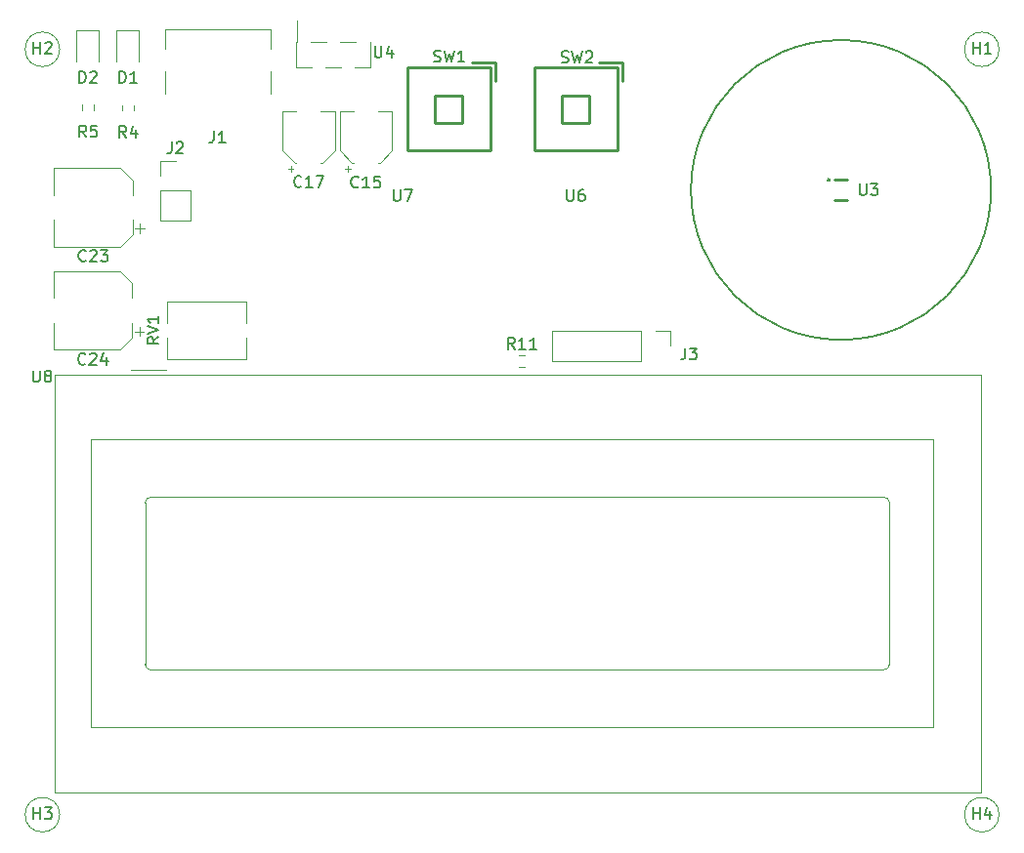
<source format=gbr>
%TF.GenerationSoftware,KiCad,Pcbnew,(6.99.0-1665-g4ee6cfe5b6)*%
%TF.CreationDate,2022-04-26T18:14:45+08:00*%
%TF.ProjectId,LightMeherGen2,4c696768-744d-4656-9865-7247656e322e,rev?*%
%TF.SameCoordinates,Original*%
%TF.FileFunction,Legend,Top*%
%TF.FilePolarity,Positive*%
%FSLAX46Y46*%
G04 Gerber Fmt 4.6, Leading zero omitted, Abs format (unit mm)*
G04 Created by KiCad (PCBNEW (6.99.0-1665-g4ee6cfe5b6)) date 2022-04-26 18:14:45*
%MOMM*%
%LPD*%
G01*
G04 APERTURE LIST*
%ADD10C,0.150000*%
%ADD11C,0.120000*%
%ADD12C,0.254000*%
G04 APERTURE END LIST*
D10*
X184000000Y-74000000D02*
G75*
G03*
X184000000Y-74000000I-13000000J0D01*
G01*
%TO.C,RV1*%
X111882380Y-86770238D02*
X111406190Y-87103571D01*
X111882380Y-87341666D02*
X110882380Y-87341666D01*
X110882380Y-87341666D02*
X110882380Y-86960714D01*
X110882380Y-86960714D02*
X110930000Y-86865476D01*
X110930000Y-86865476D02*
X110977619Y-86817857D01*
X110977619Y-86817857D02*
X111072857Y-86770238D01*
X111072857Y-86770238D02*
X111215714Y-86770238D01*
X111215714Y-86770238D02*
X111310952Y-86817857D01*
X111310952Y-86817857D02*
X111358571Y-86865476D01*
X111358571Y-86865476D02*
X111406190Y-86960714D01*
X111406190Y-86960714D02*
X111406190Y-87341666D01*
X110882380Y-86484523D02*
X111882380Y-86151190D01*
X111882380Y-86151190D02*
X110882380Y-85817857D01*
X111882380Y-84960714D02*
X111882380Y-85532142D01*
X111882380Y-85246428D02*
X110882380Y-85246428D01*
X110882380Y-85246428D02*
X111025238Y-85341666D01*
X111025238Y-85341666D02*
X111120476Y-85436904D01*
X111120476Y-85436904D02*
X111168095Y-85532142D01*
%TO.C,SW1*%
X135715476Y-62844761D02*
X135858333Y-62892380D01*
X135858333Y-62892380D02*
X136096428Y-62892380D01*
X136096428Y-62892380D02*
X136191666Y-62844761D01*
X136191666Y-62844761D02*
X136239285Y-62797142D01*
X136239285Y-62797142D02*
X136286904Y-62701904D01*
X136286904Y-62701904D02*
X136286904Y-62606666D01*
X136286904Y-62606666D02*
X136239285Y-62511428D01*
X136239285Y-62511428D02*
X136191666Y-62463809D01*
X136191666Y-62463809D02*
X136096428Y-62416190D01*
X136096428Y-62416190D02*
X135905952Y-62368571D01*
X135905952Y-62368571D02*
X135810714Y-62320952D01*
X135810714Y-62320952D02*
X135763095Y-62273333D01*
X135763095Y-62273333D02*
X135715476Y-62178095D01*
X135715476Y-62178095D02*
X135715476Y-62082857D01*
X135715476Y-62082857D02*
X135763095Y-61987619D01*
X135763095Y-61987619D02*
X135810714Y-61940000D01*
X135810714Y-61940000D02*
X135905952Y-61892380D01*
X135905952Y-61892380D02*
X136144047Y-61892380D01*
X136144047Y-61892380D02*
X136286904Y-61940000D01*
X136620238Y-61892380D02*
X136858333Y-62892380D01*
X136858333Y-62892380D02*
X137048809Y-62178095D01*
X137048809Y-62178095D02*
X137239285Y-62892380D01*
X137239285Y-62892380D02*
X137477381Y-61892380D01*
X138382142Y-62892380D02*
X137810714Y-62892380D01*
X138096428Y-62892380D02*
X138096428Y-61892380D01*
X138096428Y-61892380D02*
X138001190Y-62035238D01*
X138001190Y-62035238D02*
X137905952Y-62130476D01*
X137905952Y-62130476D02*
X137810714Y-62178095D01*
%TO.C,U8*%
X100988095Y-89667380D02*
X100988095Y-90476904D01*
X100988095Y-90476904D02*
X101035714Y-90572142D01*
X101035714Y-90572142D02*
X101083333Y-90619761D01*
X101083333Y-90619761D02*
X101178571Y-90667380D01*
X101178571Y-90667380D02*
X101369047Y-90667380D01*
X101369047Y-90667380D02*
X101464285Y-90619761D01*
X101464285Y-90619761D02*
X101511904Y-90572142D01*
X101511904Y-90572142D02*
X101559523Y-90476904D01*
X101559523Y-90476904D02*
X101559523Y-89667380D01*
X102178571Y-90095952D02*
X102083333Y-90048333D01*
X102083333Y-90048333D02*
X102035714Y-90000714D01*
X102035714Y-90000714D02*
X101988095Y-89905476D01*
X101988095Y-89905476D02*
X101988095Y-89857857D01*
X101988095Y-89857857D02*
X102035714Y-89762619D01*
X102035714Y-89762619D02*
X102083333Y-89715000D01*
X102083333Y-89715000D02*
X102178571Y-89667380D01*
X102178571Y-89667380D02*
X102369047Y-89667380D01*
X102369047Y-89667380D02*
X102464285Y-89715000D01*
X102464285Y-89715000D02*
X102511904Y-89762619D01*
X102511904Y-89762619D02*
X102559523Y-89857857D01*
X102559523Y-89857857D02*
X102559523Y-89905476D01*
X102559523Y-89905476D02*
X102511904Y-90000714D01*
X102511904Y-90000714D02*
X102464285Y-90048333D01*
X102464285Y-90048333D02*
X102369047Y-90095952D01*
X102369047Y-90095952D02*
X102178571Y-90095952D01*
X102178571Y-90095952D02*
X102083333Y-90143571D01*
X102083333Y-90143571D02*
X102035714Y-90191190D01*
X102035714Y-90191190D02*
X101988095Y-90286428D01*
X101988095Y-90286428D02*
X101988095Y-90476904D01*
X101988095Y-90476904D02*
X102035714Y-90572142D01*
X102035714Y-90572142D02*
X102083333Y-90619761D01*
X102083333Y-90619761D02*
X102178571Y-90667380D01*
X102178571Y-90667380D02*
X102369047Y-90667380D01*
X102369047Y-90667380D02*
X102464285Y-90619761D01*
X102464285Y-90619761D02*
X102511904Y-90572142D01*
X102511904Y-90572142D02*
X102559523Y-90476904D01*
X102559523Y-90476904D02*
X102559523Y-90286428D01*
X102559523Y-90286428D02*
X102511904Y-90191190D01*
X102511904Y-90191190D02*
X102464285Y-90143571D01*
X102464285Y-90143571D02*
X102369047Y-90095952D01*
%TO.C,R5*%
X105583333Y-69417380D02*
X105250000Y-68941190D01*
X105011905Y-69417380D02*
X105011905Y-68417380D01*
X105011905Y-68417380D02*
X105392857Y-68417380D01*
X105392857Y-68417380D02*
X105488095Y-68465000D01*
X105488095Y-68465000D02*
X105535714Y-68512619D01*
X105535714Y-68512619D02*
X105583333Y-68607857D01*
X105583333Y-68607857D02*
X105583333Y-68750714D01*
X105583333Y-68750714D02*
X105535714Y-68845952D01*
X105535714Y-68845952D02*
X105488095Y-68893571D01*
X105488095Y-68893571D02*
X105392857Y-68941190D01*
X105392857Y-68941190D02*
X105011905Y-68941190D01*
X106488095Y-68417380D02*
X106011905Y-68417380D01*
X106011905Y-68417380D02*
X105964286Y-68893571D01*
X105964286Y-68893571D02*
X106011905Y-68845952D01*
X106011905Y-68845952D02*
X106107143Y-68798333D01*
X106107143Y-68798333D02*
X106345238Y-68798333D01*
X106345238Y-68798333D02*
X106440476Y-68845952D01*
X106440476Y-68845952D02*
X106488095Y-68893571D01*
X106488095Y-68893571D02*
X106535714Y-68988809D01*
X106535714Y-68988809D02*
X106535714Y-69226904D01*
X106535714Y-69226904D02*
X106488095Y-69322142D01*
X106488095Y-69322142D02*
X106440476Y-69369761D01*
X106440476Y-69369761D02*
X106345238Y-69417380D01*
X106345238Y-69417380D02*
X106107143Y-69417380D01*
X106107143Y-69417380D02*
X106011905Y-69369761D01*
X106011905Y-69369761D02*
X105964286Y-69322142D01*
%TO.C,SW2*%
X146790476Y-62919761D02*
X146933333Y-62967380D01*
X146933333Y-62967380D02*
X147171428Y-62967380D01*
X147171428Y-62967380D02*
X147266666Y-62919761D01*
X147266666Y-62919761D02*
X147314285Y-62872142D01*
X147314285Y-62872142D02*
X147361904Y-62776904D01*
X147361904Y-62776904D02*
X147361904Y-62681666D01*
X147361904Y-62681666D02*
X147314285Y-62586428D01*
X147314285Y-62586428D02*
X147266666Y-62538809D01*
X147266666Y-62538809D02*
X147171428Y-62491190D01*
X147171428Y-62491190D02*
X146980952Y-62443571D01*
X146980952Y-62443571D02*
X146885714Y-62395952D01*
X146885714Y-62395952D02*
X146838095Y-62348333D01*
X146838095Y-62348333D02*
X146790476Y-62253095D01*
X146790476Y-62253095D02*
X146790476Y-62157857D01*
X146790476Y-62157857D02*
X146838095Y-62062619D01*
X146838095Y-62062619D02*
X146885714Y-62015000D01*
X146885714Y-62015000D02*
X146980952Y-61967380D01*
X146980952Y-61967380D02*
X147219047Y-61967380D01*
X147219047Y-61967380D02*
X147361904Y-62015000D01*
X147695238Y-61967380D02*
X147933333Y-62967380D01*
X147933333Y-62967380D02*
X148123809Y-62253095D01*
X148123809Y-62253095D02*
X148314285Y-62967380D01*
X148314285Y-62967380D02*
X148552381Y-61967380D01*
X148885714Y-62062619D02*
X148933333Y-62015000D01*
X148933333Y-62015000D02*
X149028571Y-61967380D01*
X149028571Y-61967380D02*
X149266666Y-61967380D01*
X149266666Y-61967380D02*
X149361904Y-62015000D01*
X149361904Y-62015000D02*
X149409523Y-62062619D01*
X149409523Y-62062619D02*
X149457142Y-62157857D01*
X149457142Y-62157857D02*
X149457142Y-62253095D01*
X149457142Y-62253095D02*
X149409523Y-62395952D01*
X149409523Y-62395952D02*
X148838095Y-62967380D01*
X148838095Y-62967380D02*
X149457142Y-62967380D01*
%TO.C,H4*%
X182438095Y-128567380D02*
X182438095Y-127567380D01*
X182438095Y-128043571D02*
X183009523Y-128043571D01*
X183009523Y-128567380D02*
X183009523Y-127567380D01*
X183914285Y-127900714D02*
X183914285Y-128567380D01*
X183676190Y-127519761D02*
X183438095Y-128234047D01*
X183438095Y-128234047D02*
X184057142Y-128234047D01*
%TO.C,H2*%
X101038095Y-62167380D02*
X101038095Y-61167380D01*
X101038095Y-61643571D02*
X101609523Y-61643571D01*
X101609523Y-62167380D02*
X101609523Y-61167380D01*
X102038095Y-61262619D02*
X102085714Y-61215000D01*
X102085714Y-61215000D02*
X102180952Y-61167380D01*
X102180952Y-61167380D02*
X102419047Y-61167380D01*
X102419047Y-61167380D02*
X102514285Y-61215000D01*
X102514285Y-61215000D02*
X102561904Y-61262619D01*
X102561904Y-61262619D02*
X102609523Y-61357857D01*
X102609523Y-61357857D02*
X102609523Y-61453095D01*
X102609523Y-61453095D02*
X102561904Y-61595952D01*
X102561904Y-61595952D02*
X101990476Y-62167380D01*
X101990476Y-62167380D02*
X102609523Y-62167380D01*
%TO.C,R11*%
X142707142Y-87812380D02*
X142373809Y-87336190D01*
X142135714Y-87812380D02*
X142135714Y-86812380D01*
X142135714Y-86812380D02*
X142516666Y-86812380D01*
X142516666Y-86812380D02*
X142611904Y-86860000D01*
X142611904Y-86860000D02*
X142659523Y-86907619D01*
X142659523Y-86907619D02*
X142707142Y-87002857D01*
X142707142Y-87002857D02*
X142707142Y-87145714D01*
X142707142Y-87145714D02*
X142659523Y-87240952D01*
X142659523Y-87240952D02*
X142611904Y-87288571D01*
X142611904Y-87288571D02*
X142516666Y-87336190D01*
X142516666Y-87336190D02*
X142135714Y-87336190D01*
X143659523Y-87812380D02*
X143088095Y-87812380D01*
X143373809Y-87812380D02*
X143373809Y-86812380D01*
X143373809Y-86812380D02*
X143278571Y-86955238D01*
X143278571Y-86955238D02*
X143183333Y-87050476D01*
X143183333Y-87050476D02*
X143088095Y-87098095D01*
X144611904Y-87812380D02*
X144040476Y-87812380D01*
X144326190Y-87812380D02*
X144326190Y-86812380D01*
X144326190Y-86812380D02*
X144230952Y-86955238D01*
X144230952Y-86955238D02*
X144135714Y-87050476D01*
X144135714Y-87050476D02*
X144040476Y-87098095D01*
%TO.C,H3*%
X101038095Y-128567380D02*
X101038095Y-127567380D01*
X101038095Y-128043571D02*
X101609523Y-128043571D01*
X101609523Y-128567380D02*
X101609523Y-127567380D01*
X101990476Y-127567380D02*
X102609523Y-127567380D01*
X102609523Y-127567380D02*
X102276190Y-127948333D01*
X102276190Y-127948333D02*
X102419047Y-127948333D01*
X102419047Y-127948333D02*
X102514285Y-127995952D01*
X102514285Y-127995952D02*
X102561904Y-128043571D01*
X102561904Y-128043571D02*
X102609523Y-128138809D01*
X102609523Y-128138809D02*
X102609523Y-128376904D01*
X102609523Y-128376904D02*
X102561904Y-128472142D01*
X102561904Y-128472142D02*
X102514285Y-128519761D01*
X102514285Y-128519761D02*
X102419047Y-128567380D01*
X102419047Y-128567380D02*
X102133333Y-128567380D01*
X102133333Y-128567380D02*
X102038095Y-128519761D01*
X102038095Y-128519761D02*
X101990476Y-128472142D01*
%TO.C,J1*%
X116666666Y-68897380D02*
X116666666Y-69611666D01*
X116666666Y-69611666D02*
X116619047Y-69754523D01*
X116619047Y-69754523D02*
X116523809Y-69849761D01*
X116523809Y-69849761D02*
X116380952Y-69897380D01*
X116380952Y-69897380D02*
X116285714Y-69897380D01*
X117666666Y-69897380D02*
X117095238Y-69897380D01*
X117380952Y-69897380D02*
X117380952Y-68897380D01*
X117380952Y-68897380D02*
X117285714Y-69040238D01*
X117285714Y-69040238D02*
X117190476Y-69135476D01*
X117190476Y-69135476D02*
X117095238Y-69183095D01*
%TO.C,C15*%
X129182142Y-73722142D02*
X129134523Y-73769761D01*
X129134523Y-73769761D02*
X128991666Y-73817380D01*
X128991666Y-73817380D02*
X128896428Y-73817380D01*
X128896428Y-73817380D02*
X128753571Y-73769761D01*
X128753571Y-73769761D02*
X128658333Y-73674523D01*
X128658333Y-73674523D02*
X128610714Y-73579285D01*
X128610714Y-73579285D02*
X128563095Y-73388809D01*
X128563095Y-73388809D02*
X128563095Y-73245952D01*
X128563095Y-73245952D02*
X128610714Y-73055476D01*
X128610714Y-73055476D02*
X128658333Y-72960238D01*
X128658333Y-72960238D02*
X128753571Y-72865000D01*
X128753571Y-72865000D02*
X128896428Y-72817380D01*
X128896428Y-72817380D02*
X128991666Y-72817380D01*
X128991666Y-72817380D02*
X129134523Y-72865000D01*
X129134523Y-72865000D02*
X129182142Y-72912619D01*
X130134523Y-73817380D02*
X129563095Y-73817380D01*
X129848809Y-73817380D02*
X129848809Y-72817380D01*
X129848809Y-72817380D02*
X129753571Y-72960238D01*
X129753571Y-72960238D02*
X129658333Y-73055476D01*
X129658333Y-73055476D02*
X129563095Y-73103095D01*
X131039285Y-72817380D02*
X130563095Y-72817380D01*
X130563095Y-72817380D02*
X130515476Y-73293571D01*
X130515476Y-73293571D02*
X130563095Y-73245952D01*
X130563095Y-73245952D02*
X130658333Y-73198333D01*
X130658333Y-73198333D02*
X130896428Y-73198333D01*
X130896428Y-73198333D02*
X130991666Y-73245952D01*
X130991666Y-73245952D02*
X131039285Y-73293571D01*
X131039285Y-73293571D02*
X131086904Y-73388809D01*
X131086904Y-73388809D02*
X131086904Y-73626904D01*
X131086904Y-73626904D02*
X131039285Y-73722142D01*
X131039285Y-73722142D02*
X130991666Y-73769761D01*
X130991666Y-73769761D02*
X130896428Y-73817380D01*
X130896428Y-73817380D02*
X130658333Y-73817380D01*
X130658333Y-73817380D02*
X130563095Y-73769761D01*
X130563095Y-73769761D02*
X130515476Y-73722142D01*
%TO.C,U4*%
X130613095Y-61517380D02*
X130613095Y-62326904D01*
X130613095Y-62326904D02*
X130660714Y-62422142D01*
X130660714Y-62422142D02*
X130708333Y-62469761D01*
X130708333Y-62469761D02*
X130803571Y-62517380D01*
X130803571Y-62517380D02*
X130994047Y-62517380D01*
X130994047Y-62517380D02*
X131089285Y-62469761D01*
X131089285Y-62469761D02*
X131136904Y-62422142D01*
X131136904Y-62422142D02*
X131184523Y-62326904D01*
X131184523Y-62326904D02*
X131184523Y-61517380D01*
X132089285Y-61850714D02*
X132089285Y-62517380D01*
X131851190Y-61469761D02*
X131613095Y-62184047D01*
X131613095Y-62184047D02*
X132232142Y-62184047D01*
%TO.C,D2*%
X104986905Y-64717380D02*
X104986905Y-63717380D01*
X104986905Y-63717380D02*
X105225000Y-63717380D01*
X105225000Y-63717380D02*
X105367857Y-63765000D01*
X105367857Y-63765000D02*
X105463095Y-63860238D01*
X105463095Y-63860238D02*
X105510714Y-63955476D01*
X105510714Y-63955476D02*
X105558333Y-64145952D01*
X105558333Y-64145952D02*
X105558333Y-64288809D01*
X105558333Y-64288809D02*
X105510714Y-64479285D01*
X105510714Y-64479285D02*
X105463095Y-64574523D01*
X105463095Y-64574523D02*
X105367857Y-64669761D01*
X105367857Y-64669761D02*
X105225000Y-64717380D01*
X105225000Y-64717380D02*
X104986905Y-64717380D01*
X105939286Y-63812619D02*
X105986905Y-63765000D01*
X105986905Y-63765000D02*
X106082143Y-63717380D01*
X106082143Y-63717380D02*
X106320238Y-63717380D01*
X106320238Y-63717380D02*
X106415476Y-63765000D01*
X106415476Y-63765000D02*
X106463095Y-63812619D01*
X106463095Y-63812619D02*
X106510714Y-63907857D01*
X106510714Y-63907857D02*
X106510714Y-64003095D01*
X106510714Y-64003095D02*
X106463095Y-64145952D01*
X106463095Y-64145952D02*
X105891667Y-64717380D01*
X105891667Y-64717380D02*
X106510714Y-64717380D01*
%TO.C,U3*%
X172613095Y-73442380D02*
X172613095Y-74251904D01*
X172613095Y-74251904D02*
X172660714Y-74347142D01*
X172660714Y-74347142D02*
X172708333Y-74394761D01*
X172708333Y-74394761D02*
X172803571Y-74442380D01*
X172803571Y-74442380D02*
X172994047Y-74442380D01*
X172994047Y-74442380D02*
X173089285Y-74394761D01*
X173089285Y-74394761D02*
X173136904Y-74347142D01*
X173136904Y-74347142D02*
X173184523Y-74251904D01*
X173184523Y-74251904D02*
X173184523Y-73442380D01*
X173565476Y-73442380D02*
X174184523Y-73442380D01*
X174184523Y-73442380D02*
X173851190Y-73823333D01*
X173851190Y-73823333D02*
X173994047Y-73823333D01*
X173994047Y-73823333D02*
X174089285Y-73870952D01*
X174089285Y-73870952D02*
X174136904Y-73918571D01*
X174136904Y-73918571D02*
X174184523Y-74013809D01*
X174184523Y-74013809D02*
X174184523Y-74251904D01*
X174184523Y-74251904D02*
X174136904Y-74347142D01*
X174136904Y-74347142D02*
X174089285Y-74394761D01*
X174089285Y-74394761D02*
X173994047Y-74442380D01*
X173994047Y-74442380D02*
X173708333Y-74442380D01*
X173708333Y-74442380D02*
X173613095Y-74394761D01*
X173613095Y-74394761D02*
X173565476Y-74347142D01*
%TO.C,R4*%
X109058333Y-69454880D02*
X108725000Y-68978690D01*
X108486905Y-69454880D02*
X108486905Y-68454880D01*
X108486905Y-68454880D02*
X108867857Y-68454880D01*
X108867857Y-68454880D02*
X108963095Y-68502500D01*
X108963095Y-68502500D02*
X109010714Y-68550119D01*
X109010714Y-68550119D02*
X109058333Y-68645357D01*
X109058333Y-68645357D02*
X109058333Y-68788214D01*
X109058333Y-68788214D02*
X109010714Y-68883452D01*
X109010714Y-68883452D02*
X108963095Y-68931071D01*
X108963095Y-68931071D02*
X108867857Y-68978690D01*
X108867857Y-68978690D02*
X108486905Y-68978690D01*
X109915476Y-68788214D02*
X109915476Y-69454880D01*
X109677381Y-68407261D02*
X109439286Y-69121547D01*
X109439286Y-69121547D02*
X110058333Y-69121547D01*
%TO.C,C23*%
X105557142Y-80122142D02*
X105509523Y-80169761D01*
X105509523Y-80169761D02*
X105366666Y-80217380D01*
X105366666Y-80217380D02*
X105271428Y-80217380D01*
X105271428Y-80217380D02*
X105128571Y-80169761D01*
X105128571Y-80169761D02*
X105033333Y-80074523D01*
X105033333Y-80074523D02*
X104985714Y-79979285D01*
X104985714Y-79979285D02*
X104938095Y-79788809D01*
X104938095Y-79788809D02*
X104938095Y-79645952D01*
X104938095Y-79645952D02*
X104985714Y-79455476D01*
X104985714Y-79455476D02*
X105033333Y-79360238D01*
X105033333Y-79360238D02*
X105128571Y-79265000D01*
X105128571Y-79265000D02*
X105271428Y-79217380D01*
X105271428Y-79217380D02*
X105366666Y-79217380D01*
X105366666Y-79217380D02*
X105509523Y-79265000D01*
X105509523Y-79265000D02*
X105557142Y-79312619D01*
X105938095Y-79312619D02*
X105985714Y-79265000D01*
X105985714Y-79265000D02*
X106080952Y-79217380D01*
X106080952Y-79217380D02*
X106319047Y-79217380D01*
X106319047Y-79217380D02*
X106414285Y-79265000D01*
X106414285Y-79265000D02*
X106461904Y-79312619D01*
X106461904Y-79312619D02*
X106509523Y-79407857D01*
X106509523Y-79407857D02*
X106509523Y-79503095D01*
X106509523Y-79503095D02*
X106461904Y-79645952D01*
X106461904Y-79645952D02*
X105890476Y-80217380D01*
X105890476Y-80217380D02*
X106509523Y-80217380D01*
X106842857Y-79217380D02*
X107461904Y-79217380D01*
X107461904Y-79217380D02*
X107128571Y-79598333D01*
X107128571Y-79598333D02*
X107271428Y-79598333D01*
X107271428Y-79598333D02*
X107366666Y-79645952D01*
X107366666Y-79645952D02*
X107414285Y-79693571D01*
X107414285Y-79693571D02*
X107461904Y-79788809D01*
X107461904Y-79788809D02*
X107461904Y-80026904D01*
X107461904Y-80026904D02*
X107414285Y-80122142D01*
X107414285Y-80122142D02*
X107366666Y-80169761D01*
X107366666Y-80169761D02*
X107271428Y-80217380D01*
X107271428Y-80217380D02*
X106985714Y-80217380D01*
X106985714Y-80217380D02*
X106890476Y-80169761D01*
X106890476Y-80169761D02*
X106842857Y-80122142D01*
%TO.C,D1*%
X108461905Y-64704880D02*
X108461905Y-63704880D01*
X108461905Y-63704880D02*
X108700000Y-63704880D01*
X108700000Y-63704880D02*
X108842857Y-63752500D01*
X108842857Y-63752500D02*
X108938095Y-63847738D01*
X108938095Y-63847738D02*
X108985714Y-63942976D01*
X108985714Y-63942976D02*
X109033333Y-64133452D01*
X109033333Y-64133452D02*
X109033333Y-64276309D01*
X109033333Y-64276309D02*
X108985714Y-64466785D01*
X108985714Y-64466785D02*
X108938095Y-64562023D01*
X108938095Y-64562023D02*
X108842857Y-64657261D01*
X108842857Y-64657261D02*
X108700000Y-64704880D01*
X108700000Y-64704880D02*
X108461905Y-64704880D01*
X109985714Y-64704880D02*
X109414286Y-64704880D01*
X109700000Y-64704880D02*
X109700000Y-63704880D01*
X109700000Y-63704880D02*
X109604762Y-63847738D01*
X109604762Y-63847738D02*
X109509524Y-63942976D01*
X109509524Y-63942976D02*
X109414286Y-63990595D01*
%TO.C,J2*%
X112991666Y-69837380D02*
X112991666Y-70551666D01*
X112991666Y-70551666D02*
X112944047Y-70694523D01*
X112944047Y-70694523D02*
X112848809Y-70789761D01*
X112848809Y-70789761D02*
X112705952Y-70837380D01*
X112705952Y-70837380D02*
X112610714Y-70837380D01*
X113420238Y-69932619D02*
X113467857Y-69885000D01*
X113467857Y-69885000D02*
X113563095Y-69837380D01*
X113563095Y-69837380D02*
X113801190Y-69837380D01*
X113801190Y-69837380D02*
X113896428Y-69885000D01*
X113896428Y-69885000D02*
X113944047Y-69932619D01*
X113944047Y-69932619D02*
X113991666Y-70027857D01*
X113991666Y-70027857D02*
X113991666Y-70123095D01*
X113991666Y-70123095D02*
X113944047Y-70265952D01*
X113944047Y-70265952D02*
X113372619Y-70837380D01*
X113372619Y-70837380D02*
X113991666Y-70837380D01*
%TO.C,J3*%
X157491666Y-87717380D02*
X157491666Y-88431666D01*
X157491666Y-88431666D02*
X157444047Y-88574523D01*
X157444047Y-88574523D02*
X157348809Y-88669761D01*
X157348809Y-88669761D02*
X157205952Y-88717380D01*
X157205952Y-88717380D02*
X157110714Y-88717380D01*
X157872619Y-87717380D02*
X158491666Y-87717380D01*
X158491666Y-87717380D02*
X158158333Y-88098333D01*
X158158333Y-88098333D02*
X158301190Y-88098333D01*
X158301190Y-88098333D02*
X158396428Y-88145952D01*
X158396428Y-88145952D02*
X158444047Y-88193571D01*
X158444047Y-88193571D02*
X158491666Y-88288809D01*
X158491666Y-88288809D02*
X158491666Y-88526904D01*
X158491666Y-88526904D02*
X158444047Y-88622142D01*
X158444047Y-88622142D02*
X158396428Y-88669761D01*
X158396428Y-88669761D02*
X158301190Y-88717380D01*
X158301190Y-88717380D02*
X158015476Y-88717380D01*
X158015476Y-88717380D02*
X157920238Y-88669761D01*
X157920238Y-88669761D02*
X157872619Y-88622142D01*
%TO.C,U6*%
X147238095Y-73967380D02*
X147238095Y-74776904D01*
X147238095Y-74776904D02*
X147285714Y-74872142D01*
X147285714Y-74872142D02*
X147333333Y-74919761D01*
X147333333Y-74919761D02*
X147428571Y-74967380D01*
X147428571Y-74967380D02*
X147619047Y-74967380D01*
X147619047Y-74967380D02*
X147714285Y-74919761D01*
X147714285Y-74919761D02*
X147761904Y-74872142D01*
X147761904Y-74872142D02*
X147809523Y-74776904D01*
X147809523Y-74776904D02*
X147809523Y-73967380D01*
X148714285Y-73967380D02*
X148523809Y-73967380D01*
X148523809Y-73967380D02*
X148428571Y-74015000D01*
X148428571Y-74015000D02*
X148380952Y-74062619D01*
X148380952Y-74062619D02*
X148285714Y-74205476D01*
X148285714Y-74205476D02*
X148238095Y-74395952D01*
X148238095Y-74395952D02*
X148238095Y-74776904D01*
X148238095Y-74776904D02*
X148285714Y-74872142D01*
X148285714Y-74872142D02*
X148333333Y-74919761D01*
X148333333Y-74919761D02*
X148428571Y-74967380D01*
X148428571Y-74967380D02*
X148619047Y-74967380D01*
X148619047Y-74967380D02*
X148714285Y-74919761D01*
X148714285Y-74919761D02*
X148761904Y-74872142D01*
X148761904Y-74872142D02*
X148809523Y-74776904D01*
X148809523Y-74776904D02*
X148809523Y-74538809D01*
X148809523Y-74538809D02*
X148761904Y-74443571D01*
X148761904Y-74443571D02*
X148714285Y-74395952D01*
X148714285Y-74395952D02*
X148619047Y-74348333D01*
X148619047Y-74348333D02*
X148428571Y-74348333D01*
X148428571Y-74348333D02*
X148333333Y-74395952D01*
X148333333Y-74395952D02*
X148285714Y-74443571D01*
X148285714Y-74443571D02*
X148238095Y-74538809D01*
%TO.C,C17*%
X124232142Y-73672142D02*
X124184523Y-73719761D01*
X124184523Y-73719761D02*
X124041666Y-73767380D01*
X124041666Y-73767380D02*
X123946428Y-73767380D01*
X123946428Y-73767380D02*
X123803571Y-73719761D01*
X123803571Y-73719761D02*
X123708333Y-73624523D01*
X123708333Y-73624523D02*
X123660714Y-73529285D01*
X123660714Y-73529285D02*
X123613095Y-73338809D01*
X123613095Y-73338809D02*
X123613095Y-73195952D01*
X123613095Y-73195952D02*
X123660714Y-73005476D01*
X123660714Y-73005476D02*
X123708333Y-72910238D01*
X123708333Y-72910238D02*
X123803571Y-72815000D01*
X123803571Y-72815000D02*
X123946428Y-72767380D01*
X123946428Y-72767380D02*
X124041666Y-72767380D01*
X124041666Y-72767380D02*
X124184523Y-72815000D01*
X124184523Y-72815000D02*
X124232142Y-72862619D01*
X125184523Y-73767380D02*
X124613095Y-73767380D01*
X124898809Y-73767380D02*
X124898809Y-72767380D01*
X124898809Y-72767380D02*
X124803571Y-72910238D01*
X124803571Y-72910238D02*
X124708333Y-73005476D01*
X124708333Y-73005476D02*
X124613095Y-73053095D01*
X125517857Y-72767380D02*
X126184523Y-72767380D01*
X126184523Y-72767380D02*
X125755952Y-73767380D01*
%TO.C,U7*%
X132238095Y-73967380D02*
X132238095Y-74776904D01*
X132238095Y-74776904D02*
X132285714Y-74872142D01*
X132285714Y-74872142D02*
X132333333Y-74919761D01*
X132333333Y-74919761D02*
X132428571Y-74967380D01*
X132428571Y-74967380D02*
X132619047Y-74967380D01*
X132619047Y-74967380D02*
X132714285Y-74919761D01*
X132714285Y-74919761D02*
X132761904Y-74872142D01*
X132761904Y-74872142D02*
X132809523Y-74776904D01*
X132809523Y-74776904D02*
X132809523Y-73967380D01*
X133190476Y-73967380D02*
X133857142Y-73967380D01*
X133857142Y-73967380D02*
X133428571Y-74967380D01*
%TO.C,H1*%
X182438095Y-62167380D02*
X182438095Y-61167380D01*
X182438095Y-61643571D02*
X183009523Y-61643571D01*
X183009523Y-62167380D02*
X183009523Y-61167380D01*
X184009523Y-62167380D02*
X183438095Y-62167380D01*
X183723809Y-62167380D02*
X183723809Y-61167380D01*
X183723809Y-61167380D02*
X183628571Y-61310238D01*
X183628571Y-61310238D02*
X183533333Y-61405476D01*
X183533333Y-61405476D02*
X183438095Y-61453095D01*
%TO.C,C24*%
X105532142Y-89072142D02*
X105484523Y-89119761D01*
X105484523Y-89119761D02*
X105341666Y-89167380D01*
X105341666Y-89167380D02*
X105246428Y-89167380D01*
X105246428Y-89167380D02*
X105103571Y-89119761D01*
X105103571Y-89119761D02*
X105008333Y-89024523D01*
X105008333Y-89024523D02*
X104960714Y-88929285D01*
X104960714Y-88929285D02*
X104913095Y-88738809D01*
X104913095Y-88738809D02*
X104913095Y-88595952D01*
X104913095Y-88595952D02*
X104960714Y-88405476D01*
X104960714Y-88405476D02*
X105008333Y-88310238D01*
X105008333Y-88310238D02*
X105103571Y-88215000D01*
X105103571Y-88215000D02*
X105246428Y-88167380D01*
X105246428Y-88167380D02*
X105341666Y-88167380D01*
X105341666Y-88167380D02*
X105484523Y-88215000D01*
X105484523Y-88215000D02*
X105532142Y-88262619D01*
X105913095Y-88262619D02*
X105960714Y-88215000D01*
X105960714Y-88215000D02*
X106055952Y-88167380D01*
X106055952Y-88167380D02*
X106294047Y-88167380D01*
X106294047Y-88167380D02*
X106389285Y-88215000D01*
X106389285Y-88215000D02*
X106436904Y-88262619D01*
X106436904Y-88262619D02*
X106484523Y-88357857D01*
X106484523Y-88357857D02*
X106484523Y-88453095D01*
X106484523Y-88453095D02*
X106436904Y-88595952D01*
X106436904Y-88595952D02*
X105865476Y-89167380D01*
X105865476Y-89167380D02*
X106484523Y-89167380D01*
X107341666Y-88500714D02*
X107341666Y-89167380D01*
X107103571Y-88119761D02*
X106865476Y-88834047D01*
X106865476Y-88834047D02*
X107484523Y-88834047D01*
D11*
%TO.C,RV1*%
X112645000Y-88645000D02*
X119485000Y-88645000D01*
X112645000Y-88645000D02*
X112645000Y-86825000D01*
X119485000Y-88645000D02*
X119485000Y-86825000D01*
X112645000Y-85525000D02*
X112645000Y-83705000D01*
X119485000Y-85525000D02*
X119485000Y-83705000D01*
X112645000Y-83705000D02*
X119485000Y-83705000D01*
D12*
%TO.C,SW1*%
X133400000Y-63400000D02*
X140600000Y-63400000D01*
X133400000Y-70600000D02*
X133400000Y-63400000D01*
X135800000Y-65800000D02*
X138200000Y-65800000D01*
X135800000Y-68200000D02*
X135800000Y-65800000D01*
X138200000Y-65800000D02*
X138200000Y-68200000D01*
X138200000Y-68200000D02*
X135800000Y-68200000D01*
X139032000Y-62936000D02*
X141064000Y-62936000D01*
X140600000Y-63400000D02*
X140600000Y-70600000D01*
X140600000Y-70600000D02*
X133400000Y-70600000D01*
X141064000Y-62936000D02*
X141064000Y-64587000D01*
D11*
%TO.C,U8*%
X102860000Y-90002500D02*
X102860000Y-126282500D01*
X102860000Y-126282500D02*
X183140000Y-126282500D01*
X102870000Y-90002500D02*
X103660000Y-90002500D01*
X106000000Y-95642500D02*
X179000000Y-95642500D01*
X106000000Y-120642500D02*
X106000000Y-95642500D01*
X109500000Y-89642500D02*
X112500000Y-89642500D01*
X110700280Y-115141820D02*
X110700280Y-101142500D01*
X111200000Y-100642500D02*
X174700000Y-100642500D01*
X174700660Y-115642500D02*
X111200000Y-115642500D01*
X175200000Y-101142500D02*
X175200000Y-115142500D01*
X179000000Y-95642500D02*
X179000000Y-120642500D01*
X179000000Y-120642500D02*
X106000000Y-120642500D01*
X183140000Y-90002500D02*
X103660000Y-90002500D01*
X183140000Y-126282500D02*
X183140000Y-90002500D01*
X111200660Y-100640960D02*
G75*
G03*
X110700280Y-101141340I0J-500380D01*
G01*
X110700280Y-115141820D02*
G75*
G03*
X111200660Y-115642200I500380J0D01*
G01*
X175200000Y-101142500D02*
G75*
G03*
X174700000Y-100642500I-500000J0D01*
G01*
X174700660Y-115642240D02*
G75*
G03*
X175201040Y-115141820I-60J500440D01*
G01*
%TO.C,R5*%
X106247500Y-66612742D02*
X106247500Y-67087258D01*
X105202500Y-66612742D02*
X105202500Y-67087258D01*
D12*
%TO.C,SW2*%
X144400000Y-63400000D02*
X151600000Y-63400000D01*
X144400000Y-70600000D02*
X144400000Y-63400000D01*
X146800000Y-65800000D02*
X149200000Y-65800000D01*
X146800000Y-68200000D02*
X146800000Y-65800000D01*
X149200000Y-65800000D02*
X149200000Y-68200000D01*
X149200000Y-68200000D02*
X146800000Y-68200000D01*
X150032000Y-62936000D02*
X152064000Y-62936000D01*
X151600000Y-63400000D02*
X151600000Y-70600000D01*
X151600000Y-70600000D02*
X144400000Y-70600000D01*
X152064000Y-62936000D02*
X152064000Y-64587000D01*
D11*
%TO.C,H4*%
X184700000Y-128200000D02*
G75*
G03*
X184700000Y-128200000I-1500000J0D01*
G01*
%TO.C,H2*%
X103300000Y-61800000D02*
G75*
G03*
X103300000Y-61800000I-1500000J0D01*
G01*
%TO.C,R11*%
X143112742Y-88352500D02*
X143587258Y-88352500D01*
X143112742Y-89397500D02*
X143587258Y-89397500D01*
%TO.C,H3*%
X103300000Y-128200000D02*
G75*
G03*
X103300000Y-128200000I-1500000J0D01*
G01*
%TO.C,J1*%
X121580000Y-65665000D02*
X121580000Y-63745000D01*
X121580000Y-60030000D02*
X121580000Y-61735000D01*
X112420000Y-63745000D02*
X112420000Y-65665000D01*
X112420000Y-61735000D02*
X112420000Y-60030000D01*
X112420000Y-60030000D02*
X121580000Y-60030000D01*
%TO.C,C15*%
X128265000Y-72400000D02*
X128265000Y-71900000D01*
X128015000Y-72150000D02*
X128515000Y-72150000D01*
X128629437Y-71660000D02*
X128765000Y-71660000D01*
X128629437Y-71660000D02*
X127565000Y-70595563D01*
X131020563Y-71660000D02*
X130885000Y-71660000D01*
X131020563Y-71660000D02*
X132085000Y-70595563D01*
X127565000Y-70595563D02*
X127565000Y-67140000D01*
X132085000Y-70595563D02*
X132085000Y-67140000D01*
X127565000Y-67140000D02*
X128765000Y-67140000D01*
X132085000Y-67140000D02*
X130885000Y-67140000D01*
%TO.C,U4*%
X123765000Y-63360000D02*
X123765000Y-61140000D01*
X123775000Y-63360000D02*
X125145000Y-63360000D01*
X126315000Y-63360000D02*
X127685000Y-63360000D01*
X128855000Y-63360000D02*
X130225000Y-63360000D01*
X130125000Y-63360000D02*
X130235000Y-63360000D01*
X130235000Y-63360000D02*
X130235000Y-61140000D01*
X123765000Y-61140000D02*
X123875000Y-61140000D01*
X123875000Y-61140000D02*
X123875000Y-59310000D01*
X125045000Y-61140000D02*
X126415000Y-61140000D01*
X127585000Y-61140000D02*
X128955000Y-61140000D01*
%TO.C,D2*%
X106685000Y-60165000D02*
X104765000Y-60165000D01*
X104765000Y-60165000D02*
X104765000Y-62850000D01*
X106685000Y-62850000D02*
X106685000Y-60165000D01*
D12*
%TO.C,U3*%
X170437000Y-74907000D02*
X171537000Y-74907000D01*
X171537000Y-73107000D02*
X170437000Y-73107000D01*
X170003000Y-73130000D02*
G75*
G03*
X170003000Y-73130000I-73000J0D01*
G01*
D11*
%TO.C,R4*%
X109722500Y-66650242D02*
X109722500Y-67124758D01*
X108677500Y-66650242D02*
X108677500Y-67124758D01*
%TO.C,C23*%
X110637500Y-77347500D02*
X109850000Y-77347500D01*
X110243750Y-77741250D02*
X110243750Y-76953750D01*
X109610000Y-77845563D02*
X109610000Y-76560000D01*
X109610000Y-77845563D02*
X108545563Y-78910000D01*
X109610000Y-73154437D02*
X109610000Y-74440000D01*
X109610000Y-73154437D02*
X108545563Y-72090000D01*
X108545563Y-78910000D02*
X102790000Y-78910000D01*
X108545563Y-72090000D02*
X102790000Y-72090000D01*
X102790000Y-78910000D02*
X102790000Y-76560000D01*
X102790000Y-72090000D02*
X102790000Y-74440000D01*
%TO.C,D1*%
X110160000Y-60152500D02*
X108240000Y-60152500D01*
X108240000Y-60152500D02*
X108240000Y-62837500D01*
X110160000Y-62837500D02*
X110160000Y-60152500D01*
%TO.C,J2*%
X111995000Y-71470000D02*
X113325000Y-71470000D01*
X111995000Y-72800000D02*
X111995000Y-71470000D01*
X111995000Y-74070000D02*
X111995000Y-76670000D01*
X111995000Y-74070000D02*
X114655000Y-74070000D01*
X111995000Y-76670000D02*
X114655000Y-76670000D01*
X114655000Y-74070000D02*
X114655000Y-76670000D01*
%TO.C,J3*%
X156230000Y-86195000D02*
X156230000Y-87525000D01*
X154900000Y-86195000D02*
X156230000Y-86195000D01*
X153630000Y-86195000D02*
X145950000Y-86195000D01*
X153630000Y-86195000D02*
X153630000Y-88855000D01*
X145950000Y-86195000D02*
X145950000Y-88855000D01*
X153630000Y-88855000D02*
X145950000Y-88855000D01*
%TO.C,C17*%
X123315000Y-72400000D02*
X123315000Y-71900000D01*
X123065000Y-72150000D02*
X123565000Y-72150000D01*
X123679437Y-71660000D02*
X123815000Y-71660000D01*
X123679437Y-71660000D02*
X122615000Y-70595563D01*
X126070563Y-71660000D02*
X125935000Y-71660000D01*
X126070563Y-71660000D02*
X127135000Y-70595563D01*
X122615000Y-70595563D02*
X122615000Y-67140000D01*
X127135000Y-70595563D02*
X127135000Y-67140000D01*
X122615000Y-67140000D02*
X123815000Y-67140000D01*
X127135000Y-67140000D02*
X125935000Y-67140000D01*
%TO.C,H1*%
X184700000Y-61800000D02*
G75*
G03*
X184700000Y-61800000I-1500000J0D01*
G01*
%TO.C,C24*%
X110612500Y-86297500D02*
X109825000Y-86297500D01*
X110218750Y-86691250D02*
X110218750Y-85903750D01*
X109585000Y-86795563D02*
X109585000Y-85510000D01*
X109585000Y-86795563D02*
X108520563Y-87860000D01*
X109585000Y-82104437D02*
X109585000Y-83390000D01*
X109585000Y-82104437D02*
X108520563Y-81040000D01*
X108520563Y-87860000D02*
X102765000Y-87860000D01*
X108520563Y-81040000D02*
X102765000Y-81040000D01*
X102765000Y-87860000D02*
X102765000Y-85510000D01*
X102765000Y-81040000D02*
X102765000Y-83390000D01*
%TD*%
M02*

</source>
